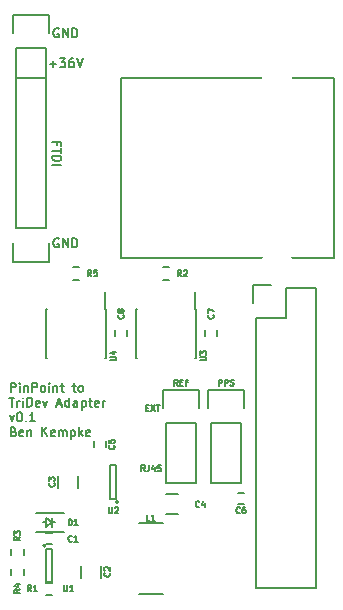
<source format=gbr>
G04 #@! TF.FileFunction,Legend,Top*
%FSLAX46Y46*%
G04 Gerber Fmt 4.6, Leading zero omitted, Abs format (unit mm)*
G04 Created by KiCad (PCBNEW (2016-02-16 BZR 6568, Git 6c5f954)-product) date Sun 21 Feb 2016 12:13:02 PM EST*
%MOMM*%
G01*
G04 APERTURE LIST*
%ADD10C,0.100000*%
%ADD11C,0.190500*%
%ADD12C,0.127000*%
%ADD13C,0.150000*%
%ADD14R,0.650800X0.550800*%
%ADD15R,1.300800X1.050800*%
%ADD16R,1.050800X1.300800*%
%ADD17R,0.550800X0.650800*%
%ADD18R,0.640800X0.500800*%
%ADD19C,3.302000*%
%ADD20R,1.551940X1.551940*%
%ADD21C,1.551940*%
%ADD22C,2.550800*%
%ADD23R,1.650800X5.750800*%
%ADD24R,1.570800X4.110800*%
%ADD25R,2.082800X1.778000*%
%ADD26O,2.082800X1.778000*%
%ADD27R,1.778000X1.778000*%
%ADD28O,1.778000X1.778000*%
%ADD29R,0.450800X0.650800*%
%ADD30R,0.650800X0.450800*%
%ADD31R,1.110800X0.700800*%
%ADD32R,0.650800X1.600800*%
%ADD33R,2.082800X2.082800*%
%ADD34O,2.082800X2.082800*%
G04 APERTURE END LIST*
D10*
D11*
X109020428Y-66929000D02*
X108947857Y-66892714D01*
X108839000Y-66892714D01*
X108730143Y-66929000D01*
X108657571Y-67001571D01*
X108621286Y-67074143D01*
X108585000Y-67219286D01*
X108585000Y-67328143D01*
X108621286Y-67473286D01*
X108657571Y-67545857D01*
X108730143Y-67618429D01*
X108839000Y-67654714D01*
X108911571Y-67654714D01*
X109020428Y-67618429D01*
X109056714Y-67582143D01*
X109056714Y-67328143D01*
X108911571Y-67328143D01*
X109383286Y-67654714D02*
X109383286Y-66892714D01*
X109818714Y-67654714D01*
X109818714Y-66892714D01*
X110181572Y-67654714D02*
X110181572Y-66892714D01*
X110363000Y-66892714D01*
X110471857Y-66929000D01*
X110544429Y-67001571D01*
X110580714Y-67074143D01*
X110617000Y-67219286D01*
X110617000Y-67328143D01*
X110580714Y-67473286D01*
X110544429Y-67545857D01*
X110471857Y-67618429D01*
X110363000Y-67654714D01*
X110181572Y-67654714D01*
X104956429Y-79865764D02*
X104956429Y-79103764D01*
X105246714Y-79103764D01*
X105319286Y-79140050D01*
X105355571Y-79176336D01*
X105391857Y-79248907D01*
X105391857Y-79357764D01*
X105355571Y-79430336D01*
X105319286Y-79466621D01*
X105246714Y-79502907D01*
X104956429Y-79502907D01*
X105718429Y-79865764D02*
X105718429Y-79357764D01*
X105718429Y-79103764D02*
X105682143Y-79140050D01*
X105718429Y-79176336D01*
X105754714Y-79140050D01*
X105718429Y-79103764D01*
X105718429Y-79176336D01*
X106081286Y-79357764D02*
X106081286Y-79865764D01*
X106081286Y-79430336D02*
X106117571Y-79394050D01*
X106190143Y-79357764D01*
X106299000Y-79357764D01*
X106371571Y-79394050D01*
X106407857Y-79466621D01*
X106407857Y-79865764D01*
X106770715Y-79865764D02*
X106770715Y-79103764D01*
X107061000Y-79103764D01*
X107133572Y-79140050D01*
X107169857Y-79176336D01*
X107206143Y-79248907D01*
X107206143Y-79357764D01*
X107169857Y-79430336D01*
X107133572Y-79466621D01*
X107061000Y-79502907D01*
X106770715Y-79502907D01*
X107641572Y-79865764D02*
X107569000Y-79829479D01*
X107532715Y-79793193D01*
X107496429Y-79720621D01*
X107496429Y-79502907D01*
X107532715Y-79430336D01*
X107569000Y-79394050D01*
X107641572Y-79357764D01*
X107750429Y-79357764D01*
X107823000Y-79394050D01*
X107859286Y-79430336D01*
X107895572Y-79502907D01*
X107895572Y-79720621D01*
X107859286Y-79793193D01*
X107823000Y-79829479D01*
X107750429Y-79865764D01*
X107641572Y-79865764D01*
X108222144Y-79865764D02*
X108222144Y-79357764D01*
X108222144Y-79103764D02*
X108185858Y-79140050D01*
X108222144Y-79176336D01*
X108258429Y-79140050D01*
X108222144Y-79103764D01*
X108222144Y-79176336D01*
X108585001Y-79357764D02*
X108585001Y-79865764D01*
X108585001Y-79430336D02*
X108621286Y-79394050D01*
X108693858Y-79357764D01*
X108802715Y-79357764D01*
X108875286Y-79394050D01*
X108911572Y-79466621D01*
X108911572Y-79865764D01*
X109165572Y-79357764D02*
X109455858Y-79357764D01*
X109274430Y-79103764D02*
X109274430Y-79756907D01*
X109310715Y-79829479D01*
X109383287Y-79865764D01*
X109455858Y-79865764D01*
X110181572Y-79357764D02*
X110471858Y-79357764D01*
X110290430Y-79103764D02*
X110290430Y-79756907D01*
X110326715Y-79829479D01*
X110399287Y-79865764D01*
X110471858Y-79865764D01*
X110834716Y-79865764D02*
X110762144Y-79829479D01*
X110725859Y-79793193D01*
X110689573Y-79720621D01*
X110689573Y-79502907D01*
X110725859Y-79430336D01*
X110762144Y-79394050D01*
X110834716Y-79357764D01*
X110943573Y-79357764D01*
X111016144Y-79394050D01*
X111052430Y-79430336D01*
X111088716Y-79502907D01*
X111088716Y-79720621D01*
X111052430Y-79793193D01*
X111016144Y-79829479D01*
X110943573Y-79865764D01*
X110834716Y-79865764D01*
X104847571Y-80361064D02*
X105283000Y-80361064D01*
X105065286Y-81123064D02*
X105065286Y-80361064D01*
X105537000Y-81123064D02*
X105537000Y-80615064D01*
X105537000Y-80760207D02*
X105573285Y-80687636D01*
X105609571Y-80651350D01*
X105682142Y-80615064D01*
X105754714Y-80615064D01*
X106008714Y-81123064D02*
X106008714Y-80615064D01*
X106008714Y-80361064D02*
X105972428Y-80397350D01*
X106008714Y-80433636D01*
X106044999Y-80397350D01*
X106008714Y-80361064D01*
X106008714Y-80433636D01*
X106371571Y-81123064D02*
X106371571Y-80361064D01*
X106552999Y-80361064D01*
X106661856Y-80397350D01*
X106734428Y-80469921D01*
X106770713Y-80542493D01*
X106806999Y-80687636D01*
X106806999Y-80796493D01*
X106770713Y-80941636D01*
X106734428Y-81014207D01*
X106661856Y-81086779D01*
X106552999Y-81123064D01*
X106371571Y-81123064D01*
X107423856Y-81086779D02*
X107351285Y-81123064D01*
X107206142Y-81123064D01*
X107133571Y-81086779D01*
X107097285Y-81014207D01*
X107097285Y-80723921D01*
X107133571Y-80651350D01*
X107206142Y-80615064D01*
X107351285Y-80615064D01*
X107423856Y-80651350D01*
X107460142Y-80723921D01*
X107460142Y-80796493D01*
X107097285Y-80869064D01*
X107714142Y-80615064D02*
X107895571Y-81123064D01*
X108076999Y-80615064D01*
X108911570Y-80905350D02*
X109274427Y-80905350D01*
X108838998Y-81123064D02*
X109092998Y-80361064D01*
X109346998Y-81123064D01*
X109927570Y-81123064D02*
X109927570Y-80361064D01*
X109927570Y-81086779D02*
X109854999Y-81123064D01*
X109709856Y-81123064D01*
X109637284Y-81086779D01*
X109600999Y-81050493D01*
X109564713Y-80977921D01*
X109564713Y-80760207D01*
X109600999Y-80687636D01*
X109637284Y-80651350D01*
X109709856Y-80615064D01*
X109854999Y-80615064D01*
X109927570Y-80651350D01*
X110616999Y-81123064D02*
X110616999Y-80723921D01*
X110580713Y-80651350D01*
X110508142Y-80615064D01*
X110362999Y-80615064D01*
X110290428Y-80651350D01*
X110616999Y-81086779D02*
X110544428Y-81123064D01*
X110362999Y-81123064D01*
X110290428Y-81086779D01*
X110254142Y-81014207D01*
X110254142Y-80941636D01*
X110290428Y-80869064D01*
X110362999Y-80832779D01*
X110544428Y-80832779D01*
X110616999Y-80796493D01*
X110979857Y-80615064D02*
X110979857Y-81377064D01*
X110979857Y-80651350D02*
X111052428Y-80615064D01*
X111197571Y-80615064D01*
X111270142Y-80651350D01*
X111306428Y-80687636D01*
X111342714Y-80760207D01*
X111342714Y-80977921D01*
X111306428Y-81050493D01*
X111270142Y-81086779D01*
X111197571Y-81123064D01*
X111052428Y-81123064D01*
X110979857Y-81086779D01*
X111560428Y-80615064D02*
X111850714Y-80615064D01*
X111669286Y-80361064D02*
X111669286Y-81014207D01*
X111705571Y-81086779D01*
X111778143Y-81123064D01*
X111850714Y-81123064D01*
X112395000Y-81086779D02*
X112322429Y-81123064D01*
X112177286Y-81123064D01*
X112104715Y-81086779D01*
X112068429Y-81014207D01*
X112068429Y-80723921D01*
X112104715Y-80651350D01*
X112177286Y-80615064D01*
X112322429Y-80615064D01*
X112395000Y-80651350D01*
X112431286Y-80723921D01*
X112431286Y-80796493D01*
X112068429Y-80869064D01*
X112757858Y-81123064D02*
X112757858Y-80615064D01*
X112757858Y-80760207D02*
X112794143Y-80687636D01*
X112830429Y-80651350D01*
X112903000Y-80615064D01*
X112975572Y-80615064D01*
X104883857Y-81872364D02*
X105065286Y-82380364D01*
X105246714Y-81872364D01*
X105682142Y-81618364D02*
X105754714Y-81618364D01*
X105827285Y-81654650D01*
X105863571Y-81690936D01*
X105899857Y-81763507D01*
X105936142Y-81908650D01*
X105936142Y-82090079D01*
X105899857Y-82235221D01*
X105863571Y-82307793D01*
X105827285Y-82344079D01*
X105754714Y-82380364D01*
X105682142Y-82380364D01*
X105609571Y-82344079D01*
X105573285Y-82307793D01*
X105537000Y-82235221D01*
X105500714Y-82090079D01*
X105500714Y-81908650D01*
X105537000Y-81763507D01*
X105573285Y-81690936D01*
X105609571Y-81654650D01*
X105682142Y-81618364D01*
X106262714Y-82307793D02*
X106298999Y-82344079D01*
X106262714Y-82380364D01*
X106226428Y-82344079D01*
X106262714Y-82307793D01*
X106262714Y-82380364D01*
X107024713Y-82380364D02*
X106589285Y-82380364D01*
X106806999Y-82380364D02*
X106806999Y-81618364D01*
X106734428Y-81727221D01*
X106661856Y-81799793D01*
X106589285Y-81836079D01*
X105210429Y-83238521D02*
X105319286Y-83274807D01*
X105355571Y-83311093D01*
X105391857Y-83383664D01*
X105391857Y-83492521D01*
X105355571Y-83565093D01*
X105319286Y-83601379D01*
X105246714Y-83637664D01*
X104956429Y-83637664D01*
X104956429Y-82875664D01*
X105210429Y-82875664D01*
X105283000Y-82911950D01*
X105319286Y-82948236D01*
X105355571Y-83020807D01*
X105355571Y-83093379D01*
X105319286Y-83165950D01*
X105283000Y-83202236D01*
X105210429Y-83238521D01*
X104956429Y-83238521D01*
X106008714Y-83601379D02*
X105936143Y-83637664D01*
X105791000Y-83637664D01*
X105718429Y-83601379D01*
X105682143Y-83528807D01*
X105682143Y-83238521D01*
X105718429Y-83165950D01*
X105791000Y-83129664D01*
X105936143Y-83129664D01*
X106008714Y-83165950D01*
X106045000Y-83238521D01*
X106045000Y-83311093D01*
X105682143Y-83383664D01*
X106371572Y-83129664D02*
X106371572Y-83637664D01*
X106371572Y-83202236D02*
X106407857Y-83165950D01*
X106480429Y-83129664D01*
X106589286Y-83129664D01*
X106661857Y-83165950D01*
X106698143Y-83238521D01*
X106698143Y-83637664D01*
X107641572Y-83637664D02*
X107641572Y-82875664D01*
X108077000Y-83637664D02*
X107750429Y-83202236D01*
X108077000Y-82875664D02*
X107641572Y-83311093D01*
X108693857Y-83601379D02*
X108621286Y-83637664D01*
X108476143Y-83637664D01*
X108403572Y-83601379D01*
X108367286Y-83528807D01*
X108367286Y-83238521D01*
X108403572Y-83165950D01*
X108476143Y-83129664D01*
X108621286Y-83129664D01*
X108693857Y-83165950D01*
X108730143Y-83238521D01*
X108730143Y-83311093D01*
X108367286Y-83383664D01*
X109056715Y-83637664D02*
X109056715Y-83129664D01*
X109056715Y-83202236D02*
X109093000Y-83165950D01*
X109165572Y-83129664D01*
X109274429Y-83129664D01*
X109347000Y-83165950D01*
X109383286Y-83238521D01*
X109383286Y-83637664D01*
X109383286Y-83238521D02*
X109419572Y-83165950D01*
X109492143Y-83129664D01*
X109601000Y-83129664D01*
X109673572Y-83165950D01*
X109709857Y-83238521D01*
X109709857Y-83637664D01*
X110072715Y-83129664D02*
X110072715Y-83891664D01*
X110072715Y-83165950D02*
X110145286Y-83129664D01*
X110290429Y-83129664D01*
X110363000Y-83165950D01*
X110399286Y-83202236D01*
X110435572Y-83274807D01*
X110435572Y-83492521D01*
X110399286Y-83565093D01*
X110363000Y-83601379D01*
X110290429Y-83637664D01*
X110145286Y-83637664D01*
X110072715Y-83601379D01*
X110762144Y-83637664D02*
X110762144Y-82875664D01*
X110834715Y-83347379D02*
X111052429Y-83637664D01*
X111052429Y-83129664D02*
X110762144Y-83419950D01*
X111669286Y-83601379D02*
X111596715Y-83637664D01*
X111451572Y-83637664D01*
X111379001Y-83601379D01*
X111342715Y-83528807D01*
X111342715Y-83238521D01*
X111379001Y-83165950D01*
X111451572Y-83129664D01*
X111596715Y-83129664D01*
X111669286Y-83165950D01*
X111705572Y-83238521D01*
X111705572Y-83311093D01*
X111342715Y-83383664D01*
D12*
X116319904Y-86589810D02*
X116150571Y-86347905D01*
X116029618Y-86589810D02*
X116029618Y-86081810D01*
X116223142Y-86081810D01*
X116271523Y-86106000D01*
X116295714Y-86130190D01*
X116319904Y-86178571D01*
X116319904Y-86251143D01*
X116295714Y-86299524D01*
X116271523Y-86323714D01*
X116223142Y-86347905D01*
X116029618Y-86347905D01*
X116682761Y-86081810D02*
X116682761Y-86444667D01*
X116658571Y-86517238D01*
X116610190Y-86565619D01*
X116537618Y-86589810D01*
X116489237Y-86589810D01*
X117142381Y-86251143D02*
X117142381Y-86589810D01*
X117021428Y-86057619D02*
X116900476Y-86420476D01*
X117214952Y-86420476D01*
X117650381Y-86081810D02*
X117408476Y-86081810D01*
X117384286Y-86323714D01*
X117408476Y-86299524D01*
X117456857Y-86275333D01*
X117577810Y-86275333D01*
X117626191Y-86299524D01*
X117650381Y-86323714D01*
X117674572Y-86372095D01*
X117674572Y-86493048D01*
X117650381Y-86541429D01*
X117626191Y-86565619D01*
X117577810Y-86589810D01*
X117456857Y-86589810D01*
X117408476Y-86565619D01*
X117384286Y-86541429D01*
X116422714Y-81243714D02*
X116592048Y-81243714D01*
X116664619Y-81509810D02*
X116422714Y-81509810D01*
X116422714Y-81001810D01*
X116664619Y-81001810D01*
X116833952Y-81001810D02*
X117172619Y-81509810D01*
X117172619Y-81001810D02*
X116833952Y-81509810D01*
X117293572Y-81001810D02*
X117583858Y-81001810D01*
X117438715Y-81509810D02*
X117438715Y-81001810D01*
X122561047Y-79350810D02*
X122561047Y-78842810D01*
X122754571Y-78842810D01*
X122802952Y-78867000D01*
X122827143Y-78891190D01*
X122851333Y-78939571D01*
X122851333Y-79012143D01*
X122827143Y-79060524D01*
X122802952Y-79084714D01*
X122754571Y-79108905D01*
X122561047Y-79108905D01*
X123069047Y-79350810D02*
X123069047Y-78842810D01*
X123262571Y-78842810D01*
X123310952Y-78867000D01*
X123335143Y-78891190D01*
X123359333Y-78939571D01*
X123359333Y-79012143D01*
X123335143Y-79060524D01*
X123310952Y-79084714D01*
X123262571Y-79108905D01*
X123069047Y-79108905D01*
X123552857Y-79326619D02*
X123625428Y-79350810D01*
X123746381Y-79350810D01*
X123794762Y-79326619D01*
X123818952Y-79302429D01*
X123843143Y-79254048D01*
X123843143Y-79205667D01*
X123818952Y-79157286D01*
X123794762Y-79133095D01*
X123746381Y-79108905D01*
X123649619Y-79084714D01*
X123601238Y-79060524D01*
X123577047Y-79036333D01*
X123552857Y-78987952D01*
X123552857Y-78939571D01*
X123577047Y-78891190D01*
X123601238Y-78867000D01*
X123649619Y-78842810D01*
X123770571Y-78842810D01*
X123843143Y-78867000D01*
X119089714Y-79350810D02*
X118920381Y-79108905D01*
X118799428Y-79350810D02*
X118799428Y-78842810D01*
X118992952Y-78842810D01*
X119041333Y-78867000D01*
X119065524Y-78891190D01*
X119089714Y-78939571D01*
X119089714Y-79012143D01*
X119065524Y-79060524D01*
X119041333Y-79084714D01*
X118992952Y-79108905D01*
X118799428Y-79108905D01*
X119307428Y-79084714D02*
X119476762Y-79084714D01*
X119549333Y-79350810D02*
X119307428Y-79350810D01*
X119307428Y-78842810D01*
X119549333Y-78842810D01*
X119936381Y-79084714D02*
X119767047Y-79084714D01*
X119767047Y-79350810D02*
X119767047Y-78842810D01*
X120008952Y-78842810D01*
D11*
X109020428Y-49149000D02*
X108947857Y-49112714D01*
X108839000Y-49112714D01*
X108730143Y-49149000D01*
X108657571Y-49221571D01*
X108621286Y-49294143D01*
X108585000Y-49439286D01*
X108585000Y-49548143D01*
X108621286Y-49693286D01*
X108657571Y-49765857D01*
X108730143Y-49838429D01*
X108839000Y-49874714D01*
X108911571Y-49874714D01*
X109020428Y-49838429D01*
X109056714Y-49802143D01*
X109056714Y-49548143D01*
X108911571Y-49548143D01*
X109383286Y-49874714D02*
X109383286Y-49112714D01*
X109818714Y-49874714D01*
X109818714Y-49112714D01*
X110181572Y-49874714D02*
X110181572Y-49112714D01*
X110363000Y-49112714D01*
X110471857Y-49149000D01*
X110544429Y-49221571D01*
X110580714Y-49294143D01*
X110617000Y-49439286D01*
X110617000Y-49548143D01*
X110580714Y-49693286D01*
X110544429Y-49765857D01*
X110471857Y-49838429D01*
X110363000Y-49874714D01*
X110181572Y-49874714D01*
X108258429Y-52124429D02*
X108839000Y-52124429D01*
X108548714Y-52414714D02*
X108548714Y-51834143D01*
X109129286Y-51652714D02*
X109601000Y-51652714D01*
X109347000Y-51943000D01*
X109455858Y-51943000D01*
X109528429Y-51979286D01*
X109564715Y-52015571D01*
X109601000Y-52088143D01*
X109601000Y-52269571D01*
X109564715Y-52342143D01*
X109528429Y-52378429D01*
X109455858Y-52414714D01*
X109238143Y-52414714D01*
X109165572Y-52378429D01*
X109129286Y-52342143D01*
X110254143Y-51652714D02*
X110109000Y-51652714D01*
X110036429Y-51689000D01*
X110000143Y-51725286D01*
X109927572Y-51834143D01*
X109891286Y-51979286D01*
X109891286Y-52269571D01*
X109927572Y-52342143D01*
X109963857Y-52378429D01*
X110036429Y-52414714D01*
X110181572Y-52414714D01*
X110254143Y-52378429D01*
X110290429Y-52342143D01*
X110326714Y-52269571D01*
X110326714Y-52088143D01*
X110290429Y-52015571D01*
X110254143Y-51979286D01*
X110181572Y-51943000D01*
X110036429Y-51943000D01*
X109963857Y-51979286D01*
X109927572Y-52015571D01*
X109891286Y-52088143D01*
X110544428Y-51652714D02*
X110798428Y-52414714D01*
X111052428Y-51652714D01*
X108893429Y-58946144D02*
X108893429Y-58692144D01*
X108494286Y-58692144D02*
X109256286Y-58692144D01*
X109256286Y-59055001D01*
X109256286Y-59236429D02*
X109256286Y-59671858D01*
X108494286Y-59454144D02*
X109256286Y-59454144D01*
X108494286Y-59925858D02*
X109256286Y-59925858D01*
X109256286Y-60107286D01*
X109220000Y-60216143D01*
X109147429Y-60288715D01*
X109074857Y-60325000D01*
X108929714Y-60361286D01*
X108820857Y-60361286D01*
X108675714Y-60325000D01*
X108603143Y-60288715D01*
X108530571Y-60216143D01*
X108494286Y-60107286D01*
X108494286Y-59925858D01*
X108494286Y-60687858D02*
X109256286Y-60687858D01*
D13*
X107954000Y-92804000D02*
X108454000Y-92804000D01*
X108454000Y-91854000D02*
X107954000Y-91854000D01*
X112610000Y-95623000D02*
X112610000Y-94623000D01*
X110910000Y-94623000D02*
X110910000Y-95623000D01*
X109005000Y-87003000D02*
X109005000Y-88003000D01*
X110705000Y-88003000D02*
X110705000Y-87003000D01*
X119118000Y-88558000D02*
X118118000Y-88558000D01*
X118118000Y-90258000D02*
X119118000Y-90258000D01*
X112047000Y-84078000D02*
X112047000Y-84578000D01*
X112997000Y-84578000D02*
X112997000Y-84078000D01*
X124210000Y-89375000D02*
X124710000Y-89375000D01*
X124710000Y-88425000D02*
X124210000Y-88425000D01*
X121445000Y-74680000D02*
X121445000Y-75180000D01*
X122395000Y-75180000D02*
X122395000Y-74680000D01*
X113825000Y-74680000D02*
X113825000Y-75180000D01*
X114775000Y-75180000D02*
X114775000Y-74680000D01*
X107954000Y-90932000D02*
X107704000Y-90932000D01*
X108454000Y-90932000D02*
X108704000Y-90932000D01*
X108454000Y-90932000D02*
X107954000Y-91282000D01*
X107954000Y-91282000D02*
X107954000Y-90582000D01*
X107954000Y-90582000D02*
X108454000Y-90932000D01*
X108454000Y-91282000D02*
X108454000Y-90582000D01*
X109504000Y-90132000D02*
X107104000Y-90132000D01*
X109504000Y-91732000D02*
X107104000Y-91732000D01*
X132334000Y-68580000D02*
X132334000Y-53340000D01*
X132334000Y-53340000D02*
X114300000Y-53340000D01*
X114300000Y-53340000D02*
X114300000Y-68580000D01*
X114300000Y-68580000D02*
X132334000Y-68580000D01*
X117840000Y-96980000D02*
X115840000Y-96980000D01*
X115840000Y-90980000D02*
X117840000Y-90980000D01*
X118110000Y-82550000D02*
X118110000Y-87630000D01*
X118110000Y-87630000D02*
X120650000Y-87630000D01*
X120650000Y-87630000D02*
X120650000Y-82550000D01*
X120930000Y-79730000D02*
X120930000Y-81280000D01*
X120650000Y-82550000D02*
X118110000Y-82550000D01*
X117830000Y-81280000D02*
X117830000Y-79730000D01*
X117830000Y-79730000D02*
X120930000Y-79730000D01*
X105410000Y-66040000D02*
X105410000Y-53340000D01*
X105410000Y-53340000D02*
X107950000Y-53340000D01*
X107950000Y-53340000D02*
X107950000Y-66040000D01*
X105130000Y-68860000D02*
X105130000Y-67310000D01*
X105410000Y-66040000D02*
X107950000Y-66040000D01*
X108230000Y-67310000D02*
X108230000Y-68860000D01*
X108230000Y-68860000D02*
X105130000Y-68860000D01*
X121920000Y-82550000D02*
X121920000Y-87630000D01*
X121920000Y-87630000D02*
X124460000Y-87630000D01*
X124460000Y-87630000D02*
X124460000Y-82550000D01*
X124740000Y-79730000D02*
X124740000Y-81280000D01*
X124460000Y-82550000D02*
X121920000Y-82550000D01*
X121640000Y-81280000D02*
X121640000Y-79730000D01*
X121640000Y-79730000D02*
X124740000Y-79730000D01*
X130810000Y-96520000D02*
X130810000Y-71120000D01*
X125730000Y-73660000D02*
X125730000Y-96520000D01*
X130810000Y-96520000D02*
X125730000Y-96520000D01*
X130810000Y-71120000D02*
X128270000Y-71120000D01*
X127000000Y-70840000D02*
X125450000Y-70840000D01*
X128270000Y-71120000D02*
X128270000Y-73660000D01*
X128270000Y-73660000D02*
X125730000Y-73660000D01*
X125450000Y-70840000D02*
X125450000Y-72390000D01*
X108454000Y-95995000D02*
X107954000Y-95995000D01*
X107954000Y-97045000D02*
X108454000Y-97045000D01*
X118360000Y-69325000D02*
X117860000Y-69325000D01*
X117860000Y-70375000D02*
X118360000Y-70375000D01*
X106062000Y-93722000D02*
X106062000Y-93222000D01*
X105012000Y-93222000D02*
X105012000Y-93722000D01*
X105012000Y-94873000D02*
X105012000Y-95373000D01*
X106062000Y-95373000D02*
X106062000Y-94873000D01*
X110740000Y-69325000D02*
X110240000Y-69325000D01*
X110240000Y-70375000D02*
X110740000Y-70375000D01*
X107904000Y-92915000D02*
G75*
G03X107904000Y-92915000I-100000J0D01*
G01*
X108454000Y-93165000D02*
X107954000Y-93165000D01*
X108454000Y-96065000D02*
X108454000Y-93165000D01*
X107954000Y-96065000D02*
X108454000Y-96065000D01*
X107954000Y-93165000D02*
X107954000Y-96065000D01*
X114065000Y-89203000D02*
G75*
G03X114065000Y-89203000I-100000J0D01*
G01*
X113415000Y-88953000D02*
X113915000Y-88953000D01*
X113415000Y-86053000D02*
X113415000Y-88953000D01*
X113915000Y-86053000D02*
X113415000Y-86053000D01*
X113915000Y-88953000D02*
X113915000Y-86053000D01*
X120685000Y-72855000D02*
X120540000Y-72855000D01*
X120685000Y-77005000D02*
X120540000Y-77005000D01*
X115535000Y-77005000D02*
X115680000Y-77005000D01*
X115535000Y-72855000D02*
X115680000Y-72855000D01*
X120685000Y-72855000D02*
X120685000Y-77005000D01*
X115535000Y-72855000D02*
X115535000Y-77005000D01*
X120540000Y-72855000D02*
X120540000Y-71455000D01*
X113065000Y-72855000D02*
X112920000Y-72855000D01*
X113065000Y-77005000D02*
X112920000Y-77005000D01*
X107915000Y-77005000D02*
X108060000Y-77005000D01*
X107915000Y-72855000D02*
X108060000Y-72855000D01*
X113065000Y-72855000D02*
X113065000Y-77005000D01*
X107915000Y-72855000D02*
X107915000Y-77005000D01*
X112920000Y-72855000D02*
X112920000Y-71455000D01*
X107950000Y-50800000D02*
X107950000Y-53340000D01*
X108230000Y-47980000D02*
X108230000Y-49530000D01*
X107950000Y-50800000D02*
X105410000Y-50800000D01*
X105130000Y-49530000D02*
X105130000Y-47980000D01*
X105130000Y-47980000D02*
X108230000Y-47980000D01*
X105410000Y-50800000D02*
X105410000Y-53340000D01*
X105410000Y-53340000D02*
X107950000Y-53340000D01*
D12*
X110151333Y-92510429D02*
X110127143Y-92534619D01*
X110054571Y-92558810D01*
X110006190Y-92558810D01*
X109933619Y-92534619D01*
X109885238Y-92486238D01*
X109861047Y-92437857D01*
X109836857Y-92341095D01*
X109836857Y-92268524D01*
X109861047Y-92171762D01*
X109885238Y-92123381D01*
X109933619Y-92075000D01*
X110006190Y-92050810D01*
X110054571Y-92050810D01*
X110127143Y-92075000D01*
X110151333Y-92099190D01*
X110635143Y-92558810D02*
X110344857Y-92558810D01*
X110490000Y-92558810D02*
X110490000Y-92050810D01*
X110441619Y-92123381D01*
X110393238Y-92171762D01*
X110344857Y-92195952D01*
X113338429Y-95207667D02*
X113362619Y-95231857D01*
X113386810Y-95304429D01*
X113386810Y-95352810D01*
X113362619Y-95425381D01*
X113314238Y-95473762D01*
X113265857Y-95497953D01*
X113169095Y-95522143D01*
X113096524Y-95522143D01*
X112999762Y-95497953D01*
X112951381Y-95473762D01*
X112903000Y-95425381D01*
X112878810Y-95352810D01*
X112878810Y-95304429D01*
X112903000Y-95231857D01*
X112927190Y-95207667D01*
X112927190Y-95014143D02*
X112903000Y-94989953D01*
X112878810Y-94941572D01*
X112878810Y-94820619D01*
X112903000Y-94772238D01*
X112927190Y-94748048D01*
X112975571Y-94723857D01*
X113023952Y-94723857D01*
X113096524Y-94748048D01*
X113386810Y-95038334D01*
X113386810Y-94723857D01*
X108639429Y-87587667D02*
X108663619Y-87611857D01*
X108687810Y-87684429D01*
X108687810Y-87732810D01*
X108663619Y-87805381D01*
X108615238Y-87853762D01*
X108566857Y-87877953D01*
X108470095Y-87902143D01*
X108397524Y-87902143D01*
X108300762Y-87877953D01*
X108252381Y-87853762D01*
X108204000Y-87805381D01*
X108179810Y-87732810D01*
X108179810Y-87684429D01*
X108204000Y-87611857D01*
X108228190Y-87587667D01*
X108179810Y-87418334D02*
X108179810Y-87103857D01*
X108373333Y-87273191D01*
X108373333Y-87200619D01*
X108397524Y-87152238D01*
X108421714Y-87128048D01*
X108470095Y-87103857D01*
X108591048Y-87103857D01*
X108639429Y-87128048D01*
X108663619Y-87152238D01*
X108687810Y-87200619D01*
X108687810Y-87345762D01*
X108663619Y-87394143D01*
X108639429Y-87418334D01*
X120946333Y-89589429D02*
X120922143Y-89613619D01*
X120849571Y-89637810D01*
X120801190Y-89637810D01*
X120728619Y-89613619D01*
X120680238Y-89565238D01*
X120656047Y-89516857D01*
X120631857Y-89420095D01*
X120631857Y-89347524D01*
X120656047Y-89250762D01*
X120680238Y-89202381D01*
X120728619Y-89154000D01*
X120801190Y-89129810D01*
X120849571Y-89129810D01*
X120922143Y-89154000D01*
X120946333Y-89178190D01*
X121381762Y-89299143D02*
X121381762Y-89637810D01*
X121260809Y-89105619D02*
X121139857Y-89468476D01*
X121454333Y-89468476D01*
X113719429Y-84412667D02*
X113743619Y-84436857D01*
X113767810Y-84509429D01*
X113767810Y-84557810D01*
X113743619Y-84630381D01*
X113695238Y-84678762D01*
X113646857Y-84702953D01*
X113550095Y-84727143D01*
X113477524Y-84727143D01*
X113380762Y-84702953D01*
X113332381Y-84678762D01*
X113284000Y-84630381D01*
X113259810Y-84557810D01*
X113259810Y-84509429D01*
X113284000Y-84436857D01*
X113308190Y-84412667D01*
X113259810Y-83953048D02*
X113259810Y-84194953D01*
X113501714Y-84219143D01*
X113477524Y-84194953D01*
X113453333Y-84146572D01*
X113453333Y-84025619D01*
X113477524Y-83977238D01*
X113501714Y-83953048D01*
X113550095Y-83928857D01*
X113671048Y-83928857D01*
X113719429Y-83953048D01*
X113743619Y-83977238D01*
X113767810Y-84025619D01*
X113767810Y-84146572D01*
X113743619Y-84194953D01*
X113719429Y-84219143D01*
X124375333Y-90097429D02*
X124351143Y-90121619D01*
X124278571Y-90145810D01*
X124230190Y-90145810D01*
X124157619Y-90121619D01*
X124109238Y-90073238D01*
X124085047Y-90024857D01*
X124060857Y-89928095D01*
X124060857Y-89855524D01*
X124085047Y-89758762D01*
X124109238Y-89710381D01*
X124157619Y-89662000D01*
X124230190Y-89637810D01*
X124278571Y-89637810D01*
X124351143Y-89662000D01*
X124375333Y-89686190D01*
X124810762Y-89637810D02*
X124714000Y-89637810D01*
X124665619Y-89662000D01*
X124641428Y-89686190D01*
X124593047Y-89758762D01*
X124568857Y-89855524D01*
X124568857Y-90049048D01*
X124593047Y-90097429D01*
X124617238Y-90121619D01*
X124665619Y-90145810D01*
X124762381Y-90145810D01*
X124810762Y-90121619D01*
X124834952Y-90097429D01*
X124859143Y-90049048D01*
X124859143Y-89928095D01*
X124834952Y-89879714D01*
X124810762Y-89855524D01*
X124762381Y-89831333D01*
X124665619Y-89831333D01*
X124617238Y-89855524D01*
X124593047Y-89879714D01*
X124568857Y-89928095D01*
X122101429Y-73363667D02*
X122125619Y-73387857D01*
X122149810Y-73460429D01*
X122149810Y-73508810D01*
X122125619Y-73581381D01*
X122077238Y-73629762D01*
X122028857Y-73653953D01*
X121932095Y-73678143D01*
X121859524Y-73678143D01*
X121762762Y-73653953D01*
X121714381Y-73629762D01*
X121666000Y-73581381D01*
X121641810Y-73508810D01*
X121641810Y-73460429D01*
X121666000Y-73387857D01*
X121690190Y-73363667D01*
X121641810Y-73194334D02*
X121641810Y-72855667D01*
X122149810Y-73073381D01*
X114481429Y-73363667D02*
X114505619Y-73387857D01*
X114529810Y-73460429D01*
X114529810Y-73508810D01*
X114505619Y-73581381D01*
X114457238Y-73629762D01*
X114408857Y-73653953D01*
X114312095Y-73678143D01*
X114239524Y-73678143D01*
X114142762Y-73653953D01*
X114094381Y-73629762D01*
X114046000Y-73581381D01*
X114021810Y-73508810D01*
X114021810Y-73460429D01*
X114046000Y-73387857D01*
X114070190Y-73363667D01*
X114239524Y-73073381D02*
X114215333Y-73121762D01*
X114191143Y-73145953D01*
X114142762Y-73170143D01*
X114118571Y-73170143D01*
X114070190Y-73145953D01*
X114046000Y-73121762D01*
X114021810Y-73073381D01*
X114021810Y-72976619D01*
X114046000Y-72928238D01*
X114070190Y-72904048D01*
X114118571Y-72879857D01*
X114142762Y-72879857D01*
X114191143Y-72904048D01*
X114215333Y-72928238D01*
X114239524Y-72976619D01*
X114239524Y-73073381D01*
X114263714Y-73121762D01*
X114287905Y-73145953D01*
X114336286Y-73170143D01*
X114433048Y-73170143D01*
X114481429Y-73145953D01*
X114505619Y-73121762D01*
X114529810Y-73073381D01*
X114529810Y-72976619D01*
X114505619Y-72928238D01*
X114481429Y-72904048D01*
X114433048Y-72879857D01*
X114336286Y-72879857D01*
X114287905Y-72904048D01*
X114263714Y-72928238D01*
X114239524Y-72976619D01*
X109861047Y-91161810D02*
X109861047Y-90653810D01*
X109982000Y-90653810D01*
X110054571Y-90678000D01*
X110102952Y-90726381D01*
X110127143Y-90774762D01*
X110151333Y-90871524D01*
X110151333Y-90944095D01*
X110127143Y-91040857D01*
X110102952Y-91089238D01*
X110054571Y-91137619D01*
X109982000Y-91161810D01*
X109861047Y-91161810D01*
X110635143Y-91161810D02*
X110344857Y-91161810D01*
X110490000Y-91161810D02*
X110490000Y-90653810D01*
X110441619Y-90726381D01*
X110393238Y-90774762D01*
X110344857Y-90798952D01*
X116755333Y-90780810D02*
X116513428Y-90780810D01*
X116513428Y-90272810D01*
X117190762Y-90780810D02*
X116900476Y-90780810D01*
X117045619Y-90780810D02*
X117045619Y-90272810D01*
X116997238Y-90345381D01*
X116948857Y-90393762D01*
X116900476Y-90417952D01*
X106722333Y-96749810D02*
X106553000Y-96507905D01*
X106432047Y-96749810D02*
X106432047Y-96241810D01*
X106625571Y-96241810D01*
X106673952Y-96266000D01*
X106698143Y-96290190D01*
X106722333Y-96338571D01*
X106722333Y-96411143D01*
X106698143Y-96459524D01*
X106673952Y-96483714D01*
X106625571Y-96507905D01*
X106432047Y-96507905D01*
X107206143Y-96749810D02*
X106915857Y-96749810D01*
X107061000Y-96749810D02*
X107061000Y-96241810D01*
X107012619Y-96314381D01*
X106964238Y-96362762D01*
X106915857Y-96386952D01*
X119422333Y-70079810D02*
X119253000Y-69837905D01*
X119132047Y-70079810D02*
X119132047Y-69571810D01*
X119325571Y-69571810D01*
X119373952Y-69596000D01*
X119398143Y-69620190D01*
X119422333Y-69668571D01*
X119422333Y-69741143D01*
X119398143Y-69789524D01*
X119373952Y-69813714D01*
X119325571Y-69837905D01*
X119132047Y-69837905D01*
X119615857Y-69620190D02*
X119640047Y-69596000D01*
X119688428Y-69571810D01*
X119809381Y-69571810D01*
X119857762Y-69596000D01*
X119881952Y-69620190D01*
X119906143Y-69668571D01*
X119906143Y-69716952D01*
X119881952Y-69789524D01*
X119591666Y-70079810D01*
X119906143Y-70079810D01*
X105766810Y-92159667D02*
X105524905Y-92329000D01*
X105766810Y-92449953D02*
X105258810Y-92449953D01*
X105258810Y-92256429D01*
X105283000Y-92208048D01*
X105307190Y-92183857D01*
X105355571Y-92159667D01*
X105428143Y-92159667D01*
X105476524Y-92183857D01*
X105500714Y-92208048D01*
X105524905Y-92256429D01*
X105524905Y-92449953D01*
X105258810Y-91990334D02*
X105258810Y-91675857D01*
X105452333Y-91845191D01*
X105452333Y-91772619D01*
X105476524Y-91724238D01*
X105500714Y-91700048D01*
X105549095Y-91675857D01*
X105670048Y-91675857D01*
X105718429Y-91700048D01*
X105742619Y-91724238D01*
X105766810Y-91772619D01*
X105766810Y-91917762D01*
X105742619Y-91966143D01*
X105718429Y-91990334D01*
X105766810Y-96604667D02*
X105524905Y-96774000D01*
X105766810Y-96894953D02*
X105258810Y-96894953D01*
X105258810Y-96701429D01*
X105283000Y-96653048D01*
X105307190Y-96628857D01*
X105355571Y-96604667D01*
X105428143Y-96604667D01*
X105476524Y-96628857D01*
X105500714Y-96653048D01*
X105524905Y-96701429D01*
X105524905Y-96894953D01*
X105428143Y-96169238D02*
X105766810Y-96169238D01*
X105234619Y-96290191D02*
X105597476Y-96411143D01*
X105597476Y-96096667D01*
X111802333Y-70079810D02*
X111633000Y-69837905D01*
X111512047Y-70079810D02*
X111512047Y-69571810D01*
X111705571Y-69571810D01*
X111753952Y-69596000D01*
X111778143Y-69620190D01*
X111802333Y-69668571D01*
X111802333Y-69741143D01*
X111778143Y-69789524D01*
X111753952Y-69813714D01*
X111705571Y-69837905D01*
X111512047Y-69837905D01*
X112261952Y-69571810D02*
X112020047Y-69571810D01*
X111995857Y-69813714D01*
X112020047Y-69789524D01*
X112068428Y-69765333D01*
X112189381Y-69765333D01*
X112237762Y-69789524D01*
X112261952Y-69813714D01*
X112286143Y-69862095D01*
X112286143Y-69983048D01*
X112261952Y-70031429D01*
X112237762Y-70055619D01*
X112189381Y-70079810D01*
X112068428Y-70079810D01*
X112020047Y-70055619D01*
X111995857Y-70031429D01*
X109467952Y-96241810D02*
X109467952Y-96653048D01*
X109492143Y-96701429D01*
X109516333Y-96725619D01*
X109564714Y-96749810D01*
X109661476Y-96749810D01*
X109709857Y-96725619D01*
X109734048Y-96701429D01*
X109758238Y-96653048D01*
X109758238Y-96241810D01*
X110266238Y-96749810D02*
X109975952Y-96749810D01*
X110121095Y-96749810D02*
X110121095Y-96241810D01*
X110072714Y-96314381D01*
X110024333Y-96362762D01*
X109975952Y-96386952D01*
X113277952Y-89637810D02*
X113277952Y-90049048D01*
X113302143Y-90097429D01*
X113326333Y-90121619D01*
X113374714Y-90145810D01*
X113471476Y-90145810D01*
X113519857Y-90121619D01*
X113544048Y-90097429D01*
X113568238Y-90049048D01*
X113568238Y-89637810D01*
X113785952Y-89686190D02*
X113810142Y-89662000D01*
X113858523Y-89637810D01*
X113979476Y-89637810D01*
X114027857Y-89662000D01*
X114052047Y-89686190D01*
X114076238Y-89734571D01*
X114076238Y-89782952D01*
X114052047Y-89855524D01*
X113761761Y-90145810D01*
X114076238Y-90145810D01*
X121006810Y-77222048D02*
X121418048Y-77222048D01*
X121466429Y-77197857D01*
X121490619Y-77173667D01*
X121514810Y-77125286D01*
X121514810Y-77028524D01*
X121490619Y-76980143D01*
X121466429Y-76955952D01*
X121418048Y-76931762D01*
X121006810Y-76931762D01*
X121006810Y-76738239D02*
X121006810Y-76423762D01*
X121200333Y-76593096D01*
X121200333Y-76520524D01*
X121224524Y-76472143D01*
X121248714Y-76447953D01*
X121297095Y-76423762D01*
X121418048Y-76423762D01*
X121466429Y-76447953D01*
X121490619Y-76472143D01*
X121514810Y-76520524D01*
X121514810Y-76665667D01*
X121490619Y-76714048D01*
X121466429Y-76738239D01*
X113386810Y-77222048D02*
X113798048Y-77222048D01*
X113846429Y-77197857D01*
X113870619Y-77173667D01*
X113894810Y-77125286D01*
X113894810Y-77028524D01*
X113870619Y-76980143D01*
X113846429Y-76955952D01*
X113798048Y-76931762D01*
X113386810Y-76931762D01*
X113556143Y-76472143D02*
X113894810Y-76472143D01*
X113362619Y-76593096D02*
X113725476Y-76714048D01*
X113725476Y-76399572D01*
%LPC*%
D14*
X108754000Y-92329000D03*
X107654000Y-92329000D03*
D15*
X111760000Y-94123000D03*
X111760000Y-96123000D03*
X109855000Y-88503000D03*
X109855000Y-86503000D03*
D16*
X117618000Y-89408000D03*
X119618000Y-89408000D03*
D17*
X112522000Y-84878000D03*
X112522000Y-83778000D03*
D14*
X125010000Y-88900000D03*
X123910000Y-88900000D03*
D17*
X121920000Y-75480000D03*
X121920000Y-74380000D03*
X114300000Y-75480000D03*
X114300000Y-74380000D03*
D18*
X109259000Y-90932000D03*
X107149000Y-90932000D03*
D19*
X124460000Y-55245000D03*
X124460000Y-66675000D03*
D20*
X118110000Y-65405000D03*
D21*
X115570000Y-64135000D03*
X118110000Y-62865000D03*
X115570000Y-61595000D03*
X118110000Y-60325000D03*
X115570000Y-59055000D03*
X118110000Y-57785000D03*
X115570000Y-56515000D03*
D22*
X127510000Y-68810000D03*
X127510000Y-53110000D03*
D23*
X114490000Y-93980000D03*
X119190000Y-93980000D03*
D24*
X114300000Y-49530000D03*
X111760000Y-49530000D03*
X116840000Y-49530000D03*
D25*
X119380000Y-81280000D03*
D26*
X119380000Y-83820000D03*
X119380000Y-86360000D03*
D24*
X123190000Y-49530000D03*
X120650000Y-49530000D03*
X125730000Y-49530000D03*
D25*
X106680000Y-67310000D03*
D26*
X106680000Y-64770000D03*
X106680000Y-62230000D03*
X106680000Y-59690000D03*
X106680000Y-57150000D03*
X106680000Y-54610000D03*
D25*
X123190000Y-81280000D03*
D26*
X123190000Y-83820000D03*
X123190000Y-86360000D03*
D27*
X127000000Y-72390000D03*
D28*
X129540000Y-72390000D03*
X127000000Y-74930000D03*
X129540000Y-74930000D03*
X127000000Y-77470000D03*
X129540000Y-77470000D03*
X127000000Y-80010000D03*
X129540000Y-80010000D03*
X127000000Y-82550000D03*
X129540000Y-82550000D03*
X127000000Y-85090000D03*
X129540000Y-85090000D03*
X127000000Y-87630000D03*
X129540000Y-87630000D03*
X127000000Y-90170000D03*
X129540000Y-90170000D03*
X127000000Y-92710000D03*
X129540000Y-92710000D03*
X127000000Y-95250000D03*
X129540000Y-95250000D03*
D29*
X107754000Y-96520000D03*
X108654000Y-96520000D03*
X117660000Y-69850000D03*
X118560000Y-69850000D03*
D30*
X105537000Y-93022000D03*
X105537000Y-93922000D03*
X105537000Y-95573000D03*
X105537000Y-94673000D03*
D29*
X110040000Y-69850000D03*
X110940000Y-69850000D03*
D31*
X107104000Y-93665000D03*
X107104000Y-94615000D03*
X107104000Y-95565000D03*
X109304000Y-95565000D03*
X109304000Y-93665000D03*
X109304000Y-94615000D03*
X114765000Y-88453000D03*
X114765000Y-87503000D03*
X114765000Y-86553000D03*
X112565000Y-86553000D03*
X112565000Y-88453000D03*
D32*
X120015000Y-72230000D03*
X118745000Y-72230000D03*
X117475000Y-72230000D03*
X116205000Y-72230000D03*
X116205000Y-77630000D03*
X117475000Y-77630000D03*
X118745000Y-77630000D03*
X120015000Y-77630000D03*
X112395000Y-72230000D03*
X111125000Y-72230000D03*
X109855000Y-72230000D03*
X108585000Y-72230000D03*
X108585000Y-77630000D03*
X109855000Y-77630000D03*
X111125000Y-77630000D03*
X112395000Y-77630000D03*
D33*
X106680000Y-49530000D03*
D34*
X106680000Y-52070000D03*
M02*

</source>
